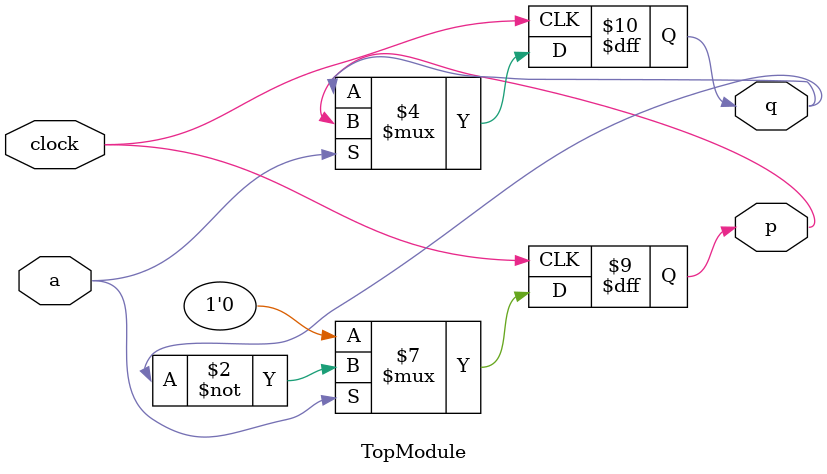
<source format=sv>

module TopModule (
  input clock,
  input a,
  output reg p,
  output reg q
);
always @(posedge clock) begin
    if (a) begin
        p <= ~q;
        q <= p;
    end
    else begin
        p <= 1'b0;
        q <= q;
    end
end
endmodule

</source>
